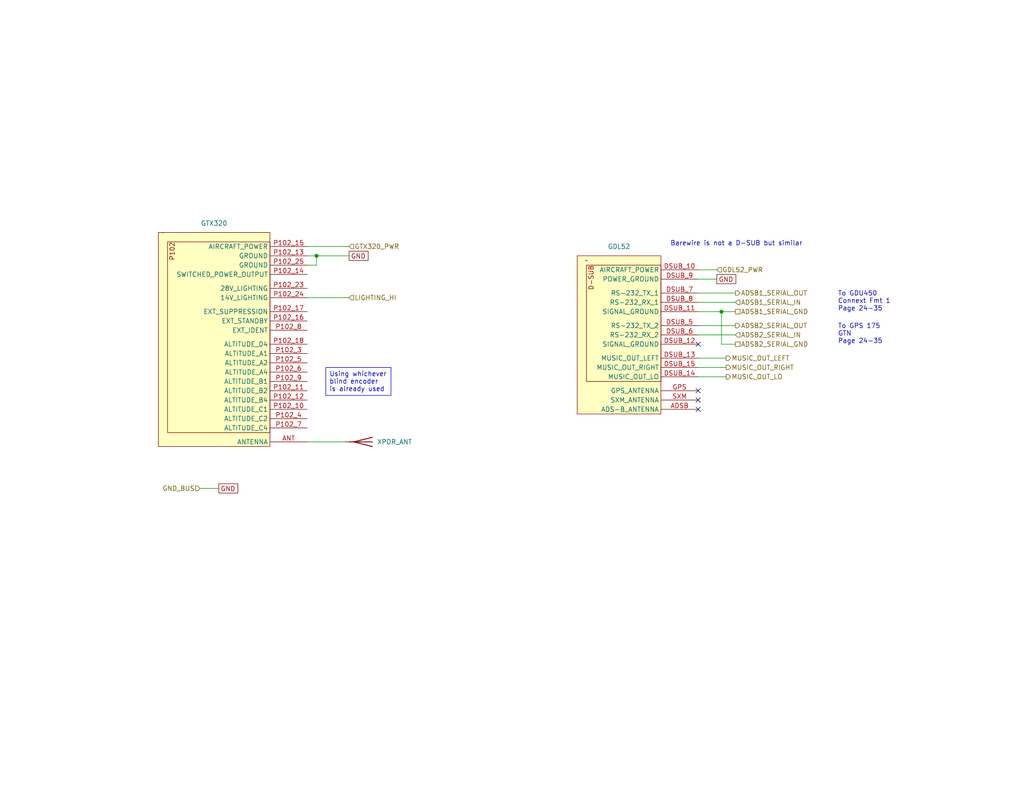
<source format=kicad_sch>
(kicad_sch (version 20230121) (generator eeschema)
  (paper "USLetter")
  (title_block (title "Transponder") (date "2024-05-07") (rev "1.0") (company "N877RV"))
  (lib_symbols
    (symbol "Device:Antenna" (pin_numbers hide) (pin_names (offset 1.016) hide)
      (property "Reference" "AE" (at -1.905 1.905 0))
      (property "Value" "Antenna" (at -1.905 0 0))
      (symbol "Antenna_0_1"
        (polyline (pts (xy 0 2.54) (xy 0 -3.81)) (stroke (width 0.254)))
        (polyline (pts (xy 1.27 2.54) (xy 0 -2.54) (xy -1.27 2.54)) (stroke (width 0.254)))
      )
      (symbol "Antenna_1_1"
        (pin input line (at 0 -5.08 90) (length 2.54) (name "A") (number "1"))
      )
    )
    (symbol "flyerx:Garmin_GDL52R"
      (property "Reference" "GDL" (at 3.81 1.27 0))
      (symbol "Garmin_GDL52R_1_1"
        (rectangle (start 0 0) (end 22.86 -43.18) (fill (type background)))
        (rectangle (start 2.54 -2.54) (end 22.86 -34.29) (fill (type background)))
        (text "D-SUB" (at 3.81 -2.54 900) (effects (font (size 1.27 1.27)) (justify right)))
        (pin input line (at 33.02 -41.91 180) (length 10.16) (name "ADS-B_ANTENNA") (number "ADSB"))
        (pin input line (at 33.02 -3.81 180) (length 10.16) (name "AIRCRAFT_POWER") (number "DSUB_10"))
        (pin passive line (at 33.02 -15.24 180) (length 10.16) (name "SIGNAL_GROUND") (number "DSUB_11"))
        (pin passive line (at 33.02 -24.13 180) (length 10.16) (name "SIGNAL_GROUND") (number "DSUB_12"))
        (pin output line (at 33.02 -27.94 180) (length 10.16) (name "MUSIC_OUT_LEFT") (number "DSUB_13"))
        (pin passive line (at 33.02 -33.02 180) (length 10.16) (name "MUSIC_OUT_LO") (number "DSUB_14"))
        (pin output line (at 33.02 -30.48 180) (length 10.16) (name "MUSIC_OUT_RIGHT") (number "DSUB_15"))
        (pin output line (at 33.02 -19.05 180) (length 10.16) (name "RS-232_TX_2") (number "DSUB_5"))
        (pin input line (at 33.02 -21.59 180) (length 10.16) (name "RS-232_RX_2") (number "DSUB_6"))
        (pin output line (at 33.02 -10.16 180) (length 10.16) (name "RS-232_TX_1") (number "DSUB_7"))
        (pin input line (at 33.02 -12.7 180) (length 10.16) (name "RS-232_RX_1") (number "DSUB_8"))
        (pin passive line (at 33.02 -6.35 180) (length 10.16) (name "POWER_GROUND") (number "DSUB_9"))
        (pin input line (at 33.02 -36.83 180) (length 10.16) (name "GPS_ANTENNA") (number "GPS"))
        (pin input line (at 33.02 -39.37 180) (length 10.16) (name "SXM_ANTENNA") (number "SXM"))
      )
    )
    (symbol "flyerx:Garmin_GTX320"
      (property "Reference" "GTX" (at 1.27 1.27 0))
      (symbol "Garmin_GTX320_1_1"
        (rectangle (start 0 0) (end 30.48 -58.42) (fill (type background)))
        (rectangle (start 2.54 -2.54) (end 30.48 -54.61) (fill (type background)))
        (text "P102" (at 3.81 -2.54 900) (effects (font (size 1.27 1.27)) (justify right)))
        (pin input line (at 40.64 -57.15 180) (length 10.16) (name "ANTENNA") (number "ANT"))
        (pin input line (at 40.64 -48.26 180) (length 10.16) (name "ALTITUDE_C1") (number "P102_10"))
        (pin input line (at 40.64 -43.18 180) (length 10.16) (name "ALTITUDE_B2") (number "P102_11"))
        (pin input line (at 40.64 -45.72 180) (length 10.16) (name "ALTITUDE_B4") (number "P102_12"))
        (pin passive line (at 40.64 -6.35 180) (length 10.16) (name "GROUND") (number "P102_13"))
        (pin output line (at 40.64 -11.43 180) (length 10.16) (name "SWITCHED_POWER_OUTPUT") (number "P102_14"))
        (pin power_in line (at 40.64 -3.81 180) (length 10.16) (name "AIRCRAFT_POWER") (number "P102_15"))
        (pin input line (at 40.64 -24.13 180) (length 10.16) (name "EXT_STANDBY") (number "P102_16"))
        (pin input line (at 40.64 -21.59 180) (length 10.16) (name "EXT_SUPPRESSION") (number "P102_17"))
        (pin input line (at 40.64 -30.48 180) (length 10.16) (name "ALTITUDE_D4") (number "P102_18"))
        (pin input line (at 40.64 -15.24 180) (length 10.16) (name "28V_LIGHTING") (number "P102_23"))
        (pin input line (at 40.64 -17.78 180) (length 10.16) (name "14V_LIGHTING") (number "P102_24"))
        (pin passive line (at 40.64 -8.89 180) (length 10.16) (name "GROUND") (number "P102_25"))
        (pin input line (at 40.64 -33.02 180) (length 10.16) (name "ALTITUDE_A1") (number "P102_3"))
        (pin input line (at 40.64 -50.8 180) (length 10.16) (name "ALTITUDE_C2") (number "P102_4"))
        (pin input line (at 40.64 -35.56 180) (length 10.16) (name "ALTITUDE_A2") (number "P102_5"))
        (pin input line (at 40.64 -38.1 180) (length 10.16) (name "ALTITUDE_A4") (number "P102_6"))
        (pin input line (at 40.64 -53.34 180) (length 10.16) (name "ALTITUDE_C4") (number "P102_7"))
        (pin input line (at 40.64 -26.67 180) (length 10.16) (name "EXT_IDENT") (number "P102_8"))
        (pin input line (at 40.64 -40.64 180) (length 10.16) (name "ALTITUDE_B1") (number "P102_9"))
      )
    )
  )
  (junction (at 86.36 69.85))
  (junction (at 196.85 85.09))
  (no_connect (at 190.5 93.98))
  (no_connect (at 190.5 109.22))
  (no_connect (at 190.5 111.76))
  (no_connect (at 190.5 106.68))
  (wire (pts (xy 196.85 85.09) (xy 200.66 85.09)))
  (wire (pts (xy 83.82 81.28) (xy 95.25 81.28)))
  (wire (pts (xy 190.5 85.09) (xy 196.85 85.09)))
  (wire (pts (xy 196.85 93.98) (xy 196.85 85.09)))
  (wire (pts (xy 190.5 80.01) (xy 200.66 80.01)))
  (wire (pts (xy 190.5 97.79) (xy 198.12 97.79)))
  (wire (pts (xy 200.66 93.98) (xy 196.85 93.98)))
  (wire (pts (xy 86.36 72.39) (xy 86.36 69.85)))
  (wire (pts (xy 86.36 69.85) (xy 95.25 69.85)))
  (wire (pts (xy 190.5 100.33) (xy 198.12 100.33)))
  (wire (pts (xy 83.82 72.39) (xy 86.36 72.39)))
  (wire (pts (xy 190.5 88.9) (xy 200.66 88.9)))
  (wire (pts (xy 190.5 91.44) (xy 200.66 91.44)))
  (wire (pts (xy 54.61 133.35) (xy 59.69 133.35)))
  (wire (pts (xy 190.5 73.66) (xy 195.58 73.66)))
  (wire (pts (xy 190.5 82.55) (xy 200.66 82.55)))
  (wire (pts (xy 190.5 76.2) (xy 195.58 76.2)))
  (wire (pts (xy 83.82 67.31) (xy 95.25 67.31)))
  (wire (pts (xy 83.82 120.65) (xy 93.98 120.65)))
  (wire (pts (xy 190.5 102.87) (xy 198.12 102.87)))
  (wire (pts (xy 83.82 69.85) (xy 86.36 69.85)))
  (text_box "Using whichever blind encoder is already used" (at 88.9 100.33 0) (size 17.78 7.62) (effects (font (size 1.27 1.27)) (justify left top)))
  (text "To GDU450\nConnext Fmt 1\nPage 24-35" (at 228.6 85.09 0) (effects (font (size 1.27 1.27)) (justify left bottom)))
  (text "Barewire is not a D-SUB but similar" (at 182.88 67.31 0) (effects (font (size 1.27 1.27)) (justify left bottom)))
  (text "To GPS 175\nGTN\nPage 24-35" (at 228.6 93.98 0) (effects (font (size 1.27 1.27)) (justify left bottom)))
  (global_label "GND" (shape passive) (at 95.25 69.85 0) (property "Intersheetrefs" "${INTERSHEET_REFS}" (effects hide)))
  (global_label "GND" (shape passive) (at 195.58 76.2 0) (property "Intersheetrefs" "${INTERSHEET_REFS}" (effects hide)))
  (global_label "GND" (shape passive) (at 59.69 133.35 0) (property "Intersheetrefs" "${INTERSHEET_REFS}" (effects hide)))
  (hierarchical_label "ADSB2_SERIAL_IN" (shape input) (at 200.66 91.44 0))
  (hierarchical_label "MUSIC_OUT_RIGHT" (shape output) (at 198.12 100.33 0))
  (hierarchical_label "MUSIC_OUT_LO" (shape output) (at 198.12 102.87 0))
  (hierarchical_label "GDL52_PWR" (shape input) (at 195.58 73.66 0))
  (hierarchical_label "ADSB1_SERIAL_OUT" (shape output) (at 200.66 80.01 0))
  (hierarchical_label "GND_BUS" (shape input) (at 54.61 133.35 180))
  (hierarchical_label "ADSB2_SERIAL_OUT" (shape output) (at 200.66 88.9 0))
  (hierarchical_label "ADSB1_SERIAL_IN" (shape input) (at 200.66 82.55 0))
  (hierarchical_label "GTX320_PWR" (shape input) (at 95.25 67.31 0))
  (hierarchical_label "ADSB1_SERIAL_GND" (shape passive) (at 200.66 85.09 0))
  (hierarchical_label "ADSB2_SERIAL_GND" (shape passive) (at 200.66 93.98 0))
  (hierarchical_label "MUSIC_OUT_LEFT" (shape output) (at 198.12 97.79 0))
  (hierarchical_label "LIGHTING_HI" (shape input) (at 95.25 81.28 0))
  (symbol (lib_id "flyerx:Garmin_GTX320") (at 43.18 63.5 0) (unit 1)
    (property "Reference" "GTX320" (at 58.42 60.96 0))
    (property "Value" "~" (at 44.45 63.5 0))
  )
  (symbol (lib_id "Device:Antenna") (at 99.06 120.65 270) (unit 1)
    (property "Reference" "XPDR_ANT" (at 102.87 120.65 90) (effects (justify left)))
    (property "Value" "Antenna" (effects hide))
  )
  (symbol (lib_id "flyerx:Garmin_GDL52R") (at 157.48 69.85 0) (unit 1)
    (property "Reference" "GDL52" (at 168.91 67.31 0))
    (property "Value" "~" (at 160.02 71.12 0))
  )
)
</source>
